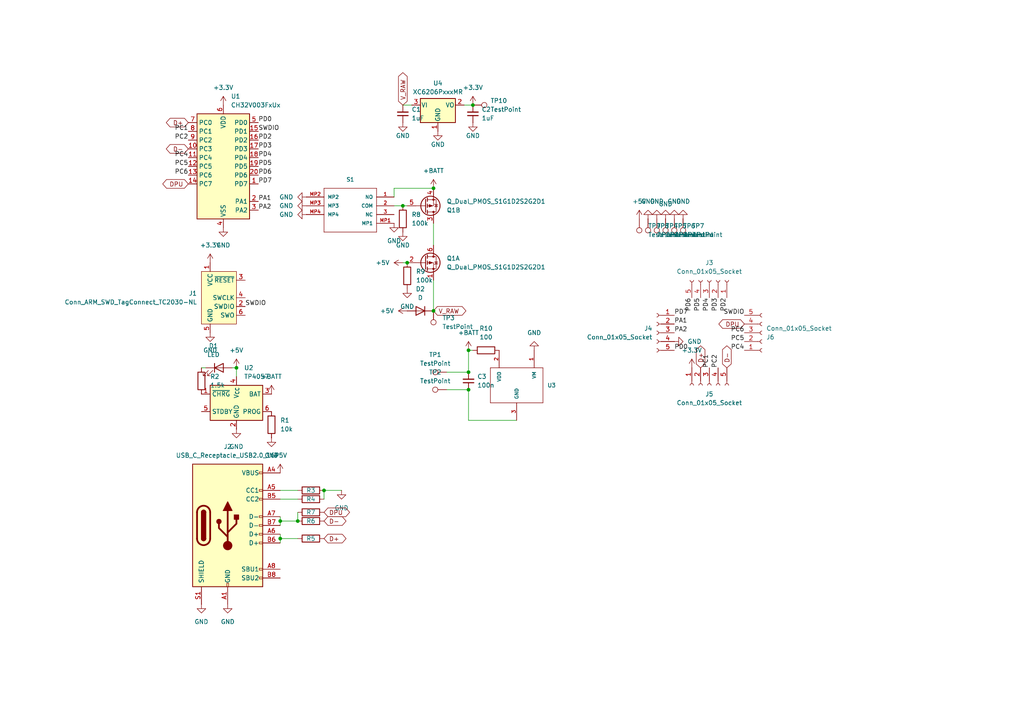
<source format=kicad_sch>
(kicad_sch (version 20231120) (generator "eeschema") (generator_version "8.0")
  (paper "A4")
  (lib_symbols
    (symbol "Battery_Management:TP4057"
      (property "Reference" "U" (at -6.35 6.604 0))
      (property "Value" "TP4057" (at 1.524 6.604 0))
      (symbol "TP4057_0_1"
        (rectangle (start -7.62 5.08) (end 7.62 -5.08) (stroke (width 0.254)) (fill (type background)))
      )
      (symbol "TP4057_1_1"
        (pin open_collector line (at -10.16 2.54 0) (length 2.54) (name "~{CHRG}") (number "1"))
        (pin power_in line (at 0 -7.62 90) (length 2.54) (name "GND") (number "2"))
        (pin power_out line (at 10.16 2.54 180) (length 2.54) (name "BAT") (number "3"))
        (pin power_in line (at 0 7.62 270) (length 2.54) (name "V_{CC}") (number "4"))
        (pin open_collector line (at -10.16 -2.54 0) (length 2.54) (name "STDBY") (number "5"))
        (pin passive line (at 10.16 -2.54 180) (length 2.54) (name "PROG") (number "6"))
      )
    )
    (symbol "Connector:Conn_01x05_Socket" (pin_names (offset 1.016) hide)
      (property "Reference" "J" (at 0 7.62 0))
      (property "Value" "Conn_01x05_Socket" (at 0 -7.62 0))
      (symbol "Conn_01x05_Socket_1_1"
        (arc (start 0 -4.572) (mid -0.5058 -5.08) (end 0 -5.588) (stroke (width 0.1524)))
        (arc (start 0 -2.032) (mid -0.5058 -2.54) (end 0 -3.048) (stroke (width 0.1524)))
        (polyline (pts (xy -1.27 -5.08) (xy -0.508 -5.08)) (stroke (width 0.1524)))
        (polyline (pts (xy -1.27 -2.54) (xy -0.508 -2.54)) (stroke (width 0.1524)))
        (polyline (pts (xy -1.27 0) (xy -0.508 0)) (stroke (width 0.1524)))
        (polyline (pts (xy -1.27 2.54) (xy -0.508 2.54)) (stroke (width 0.1524)))
        (polyline (pts (xy -1.27 5.08) (xy -0.508 5.08)) (stroke (width 0.1524)))
        (arc (start 0 0.508) (mid -0.5058 0) (end 0 -0.508) (stroke (width 0.1524)))
        (arc (start 0 3.048) (mid -0.5058 2.54) (end 0 2.032) (stroke (width 0.1524)))
        (arc (start 0 5.588) (mid -0.5058 5.08) (end 0 4.572) (stroke (width 0.1524)))
        (pin passive line (at -5.08 5.08 0) (length 3.81) (name "Pin_1") (number "1"))
        (pin passive line (at -5.08 2.54 0) (length 3.81) (name "Pin_2") (number "2"))
        (pin passive line (at -5.08 0 0) (length 3.81) (name "Pin_3") (number "3"))
        (pin passive line (at -5.08 -2.54 0) (length 3.81) (name "Pin_4") (number "4"))
        (pin passive line (at -5.08 -5.08 0) (length 3.81) (name "Pin_5") (number "5"))
      )
    )
    (symbol "Connector:Conn_ARM_SWD_TagConnect_TC2030-NL" (in_bom no)
      (property "Reference" "J" (at 2.54 11.43 0))
      (property "Value" "Conn_ARM_SWD_TagConnect_TC2030-NL" (at 2.54 8.89 0))
      (symbol "Conn_ARM_SWD_TagConnect_TC2030-NL_0_0"
        (pin power_in line (at -2.54 10.16 270) (length 2.54) (name "VCC") (number "1"))
        (pin bidirectional line (at 7.62 -2.54 180) (length 2.54) (name "SWDIO") (number "2"))
        (pin open_collector line (at 7.62 5.08 180) (length 2.54) (name "~{RESET}") (number "3"))
        (pin output line (at 7.62 0 180) (length 2.54) (name "SWCLK") (number "4"))
        (pin power_in line (at -2.54 -10.16 90) (length 2.54) (name "GND") (number "5"))
        (pin input line (at 7.62 -5.08 180) (length 2.54) (name "SWO") (number "6"))
      )
      (symbol "Conn_ARM_SWD_TagConnect_TC2030-NL_0_1"
        (rectangle (start -5.08 7.62) (end 5.08 -7.62) (fill (type background)))
      )
    )
    (symbol "Connector:TestPoint" (pin_numbers hide) (pin_names (offset 0.762) hide)
      (property "Reference" "TP" (at 0 6.858 0))
      (property "Value" "TestPoint" (at 0 5.08 0))
      (symbol "TestPoint_0_1"
        (circle (center 0 3.302) (radius 0.762))
      )
      (symbol "TestPoint_1_1"
        (pin passive line (at 0 0 90) (length 2.54) (name "1") (number "1"))
      )
    )
    (symbol "Connector:USB_C_Receptacle_USB2.0_16P" (pin_names (offset 1.016))
      (property "Reference" "J" (at 0 22.225 0))
      (property "Value" "USB_C_Receptacle_USB2.0_16P" (at 0 19.685 0))
      (symbol "USB_C_Receptacle_USB2.0_16P_0_0"
        (rectangle (start -0.254 -17.78) (end 0.254 -16.764))
        (rectangle (start 10.16 -14.986) (end 9.144 -15.494))
        (rectangle (start 10.16 -12.446) (end 9.144 -12.954))
        (rectangle (start 10.16 -4.826) (end 9.144 -5.334))
        (rectangle (start 10.16 -2.286) (end 9.144 -2.794))
        (rectangle (start 10.16 0.254) (end 9.144 -0.254))
        (rectangle (start 10.16 2.794) (end 9.144 2.286))
        (rectangle (start 10.16 7.874) (end 9.144 7.366))
        (rectangle (start 10.16 10.414) (end 9.144 9.906))
        (rectangle (start 10.16 15.494) (end 9.144 14.986))
      )
      (symbol "USB_C_Receptacle_USB2.0_16P_0_1"
        (rectangle (start -10.16 17.78) (end 10.16 -17.78) (stroke (width 0.254)) (fill (type background)))
        (arc (start -8.89 -3.81) (mid -6.985 -5.7067) (end -5.08 -3.81) (stroke (width 0.508)))
        (arc (start -7.62 -3.81) (mid -6.985 -4.4423) (end -6.35 -3.81) (stroke (width 0.254)))
        (arc (start -7.62 -3.81) (mid -6.985 -4.4423) (end -6.35 -3.81) (stroke (width 0.254)) (fill (type outline)))
        (rectangle (start -7.62 -3.81) (end -6.35 3.81) (stroke (width 0.254)) (fill (type outline)))
        (arc (start -6.35 3.81) (mid -6.985 4.4423) (end -7.62 3.81) (stroke (width 0.254)))
        (arc (start -6.35 3.81) (mid -6.985 4.4423) (end -7.62 3.81) (stroke (width 0.254)) (fill (type outline)))
        (arc (start -5.08 3.81) (mid -6.985 5.7067) (end -8.89 3.81) (stroke (width 0.508)))
        (circle (center -2.54 1.143) (radius 0.635) (stroke (width 0.254)) (fill (type outline)))
        (circle (center 0 -5.842) (radius 1.27) (fill (type outline)))
        (polyline (pts (xy -8.89 -3.81) (xy -8.89 3.81)) (stroke (width 0.508)))
        (polyline (pts (xy -5.08 3.81) (xy -5.08 -3.81)) (stroke (width 0.508)))
        (polyline (pts (xy 0 -5.842) (xy 0 4.318)) (stroke (width 0.508)))
        (polyline (pts (xy 0 -3.302) (xy -2.54 -0.762) (xy -2.54 0.508)) (stroke (width 0.508)))
        (polyline (pts (xy 0 -2.032) (xy 2.54 0.508) (xy 2.54 1.778)) (stroke (width 0.508)))
        (polyline (pts (xy -1.27 4.318) (xy 0 6.858) (xy 1.27 4.318) (xy -1.27 4.318)) (stroke (width 0.254)) (fill (type outline)))
        (rectangle (start 1.905 1.778) (end 3.175 3.048) (stroke (width 0.254)) (fill (type outline)))
      )
      (symbol "USB_C_Receptacle_USB2.0_16P_1_1"
        (pin passive line (at 0 -22.86 90) (length 5.08) (name "GND") (number "A1"))
        (pin passive line (at 0 -22.86 90) (length 5.08) hide (name "GND") (number "A12"))
        (pin passive line (at 15.24 15.24 180) (length 5.08) (name "VBUS") (number "A4"))
        (pin bidirectional line (at 15.24 10.16 180) (length 5.08) (name "CC1") (number "A5"))
        (pin bidirectional line (at 15.24 -2.54 180) (length 5.08) (name "D+") (number "A6"))
        (pin bidirectional line (at 15.24 2.54 180) (length 5.08) (name "D-") (number "A7"))
        (pin bidirectional line (at 15.24 -12.7 180) (length 5.08) (name "SBU1") (number "A8"))
        (pin passive line (at 15.24 15.24 180) (length 5.08) hide (name "VBUS") (number "A9"))
        (pin passive line (at 0 -22.86 90) (length 5.08) hide (name "GND") (number "B1"))
        (pin passive line (at 0 -22.86 90) (length 5.08) hide (name "GND") (number "B12"))
        (pin passive line (at 15.24 15.24 180) (length 5.08) hide (name "VBUS") (number "B4"))
        (pin bidirectional line (at 15.24 7.62 180) (length 5.08) (name "CC2") (number "B5"))
        (pin bidirectional line (at 15.24 -5.08 180) (length 5.08) (name "D+") (number "B6"))
        (pin bidirectional line (at 15.24 0 180) (length 5.08) (name "D-") (number "B7"))
        (pin bidirectional line (at 15.24 -15.24 180) (length 5.08) (name "SBU2") (number "B8"))
        (pin passive line (at 15.24 15.24 180) (length 5.08) hide (name "VBUS") (number "B9"))
        (pin passive line (at -7.62 -22.86 90) (length 5.08) (name "SHIELD") (number "S1"))
      )
    )
    (symbol "Device:C_Small" (pin_numbers hide) (pin_names (offset 0.254) hide)
      (property "Reference" "C" (at 0.254 1.778 0))
      (property "Value" "C_Small" (at 0.254 -2.032 0))
      (symbol "C_Small_0_1"
        (polyline (pts (xy -1.524 -0.508) (xy 1.524 -0.508)) (stroke (width 0.3302)))
        (polyline (pts (xy -1.524 0.508) (xy 1.524 0.508)) (stroke (width 0.3048)))
      )
      (symbol "C_Small_1_1"
        (pin passive line (at 0 2.54 270) (length 2.032) (name "~") (number "1"))
        (pin passive line (at 0 -2.54 90) (length 2.032) (name "~") (number "2"))
      )
    )
    (symbol "Device:D" (pin_numbers hide) (pin_names (offset 1.016) hide)
      (property "Reference" "D" (at 0 2.54 0))
      (property "Value" "D" (at 0 -2.54 0))
      (symbol "D_0_1"
        (polyline (pts (xy -1.27 1.27) (xy -1.27 -1.27)) (stroke (width 0.254)))
        (polyline (pts (xy 1.27 0) (xy -1.27 0)))
        (polyline (pts (xy 1.27 1.27) (xy 1.27 -1.27) (xy -1.27 0) (xy 1.27 1.27)) (stroke (width 0.254)))
      )
      (symbol "D_1_1"
        (pin passive line (at -3.81 0 0) (length 2.54) (name "K") (number "1"))
        (pin passive line (at 3.81 0 180) (length 2.54) (name "A") (number "2"))
      )
    )
    (symbol "Device:LED" (pin_numbers hide) (pin_names (offset 1.016) hide)
      (property "Reference" "D" (at 0 2.54 0))
      (property "Value" "LED" (at 0 -2.54 0))
      (symbol "LED_0_1"
        (polyline (pts (xy -1.27 -1.27) (xy -1.27 1.27)) (stroke (width 0.254)))
        (polyline (pts (xy -1.27 0) (xy 1.27 0)))
        (polyline (pts (xy 1.27 -1.27) (xy 1.27 1.27) (xy -1.27 0) (xy 1.27 -1.27)) (stroke (width 0.254)))
        (polyline (pts (xy -3.048 -0.762) (xy -4.572 -2.286) (xy -3.81 -2.286) (xy -4.572 -2.286) (xy -4.572 -1.524)))
        (polyline (pts (xy -1.778 -0.762) (xy -3.302 -2.286) (xy -2.54 -2.286) (xy -3.302 -2.286) (xy -3.302 -1.524)))
      )
      (symbol "LED_1_1"
        (pin passive line (at -3.81 0 0) (length 2.54) (name "K") (number "1"))
        (pin passive line (at 3.81 0 180) (length 2.54) (name "A") (number "2"))
      )
    )
    (symbol "Device:Q_Dual_PMOS_S1G1D2S2G2D1" (pin_names (offset 0) hide)
      (property "Reference" "Q" (at 6.35 1.27 0))
      (property "Value" "Q_Dual_PMOS_S1G1D2S2G2D1" (at 19.05 -1.27 0))
      (symbol "Q_Dual_PMOS_S1G1D2S2G2D1_0_1"
        (polyline (pts (xy 0.254 0) (xy -2.54 0)))
        (polyline (pts (xy 0.254 1.905) (xy 0.254 -1.905)) (stroke (width 0.254)))
        (polyline (pts (xy 0.762 -1.27) (xy 0.762 -2.286)) (stroke (width 0.254)))
        (polyline (pts (xy 0.762 0.508) (xy 0.762 -0.508)) (stroke (width 0.254)))
        (polyline (pts (xy 0.762 2.286) (xy 0.762 1.27)) (stroke (width 0.254)))
        (polyline (pts (xy 2.54 2.54) (xy 2.54 1.778)))
        (polyline (pts (xy 2.54 -2.54) (xy 2.54 0) (xy 0.762 0)))
        (polyline (pts (xy 0.762 1.778) (xy 3.302 1.778) (xy 3.302 -1.778) (xy 0.762 -1.778)))
        (polyline (pts (xy 2.286 0) (xy 1.27 0.381) (xy 1.27 -0.381) (xy 2.286 0)) (fill (type outline)))
        (polyline (pts (xy 2.794 -0.508) (xy 2.921 -0.381) (xy 3.683 -0.381) (xy 3.81 -0.254)))
        (polyline (pts (xy 3.302 -0.381) (xy 2.921 0.254) (xy 3.683 0.254) (xy 3.302 -0.381)))
        (circle (center 1.651 0) (radius 2.794) (stroke (width 0.254)))
        (circle (center 2.54 -1.778) (radius 0.254) (fill (type outline)))
        (circle (center 2.54 1.778) (radius 0.254) (fill (type outline)))
      )
      (symbol "Q_Dual_PMOS_S1G1D2S2G2D1_1_1"
        (pin passive line (at 2.54 -5.08 90) (length 2.54) (name "S") (number "1"))
        (pin input line (at -5.08 0 0) (length 2.54) (name "G") (number "2"))
        (pin passive line (at 2.54 5.08 270) (length 2.54) (name "D") (number "6"))
      )
      (symbol "Q_Dual_PMOS_S1G1D2S2G2D1_2_1"
        (pin passive line (at 2.54 5.08 270) (length 2.54) (name "D") (number "3"))
        (pin passive line (at 2.54 -5.08 90) (length 2.54) (name "S") (number "4"))
        (pin input line (at -5.08 0 0) (length 2.54) (name "G") (number "5"))
      )
    )
    (symbol "Device:R" (pin_numbers hide) (pin_names (offset 0))
      (property "Reference" "R" (at 2.032 0 90))
      (property "Value" "R" (at 0 0 90))
      (symbol "R_0_1"
        (rectangle (start -1.016 -2.54) (end 1.016 2.54) (stroke (width 0.254)))
      )
      (symbol "R_1_1"
        (pin passive line (at 0 3.81 270) (length 1.27) (name "~") (number "1"))
        (pin passive line (at 0 -3.81 90) (length 1.27) (name "~") (number "2"))
      )
    )
    (symbol "MCU_WCH_CH32V0:CH32V003FxUx"
      (property "Reference" "U" (at -7.62 17.78 0))
      (property "Value" "CH32V003FxUx" (at 7.62 17.78 0))
      (symbol "CH32V003FxUx_1_1"
        (rectangle (start -7.62 15.24) (end 7.62 -15.24) (stroke (width 0.254)) (fill (type background)))
        (pin bidirectional line (at 10.16 -5.08 180) (length 2.54) (name "PD7") (number "1"))
        (pin bidirectional line (at -10.16 5.08 0) (length 2.54) (name "PC3") (number "10"))
        (pin bidirectional line (at -10.16 2.54 0) (length 2.54) (name "PC4") (number "11"))
        (pin bidirectional line (at -10.16 0 0) (length 2.54) (name "PC5") (number "12"))
        (pin bidirectional line (at -10.16 -2.54 0) (length 2.54) (name "PC6") (number "13"))
        (pin bidirectional line (at -10.16 -5.08 0) (length 2.54) (name "PC7") (number "14"))
        (pin bidirectional line (at 10.16 10.16 180) (length 2.54) (name "PD1") (number "15"))
        (pin bidirectional line (at 10.16 7.62 180) (length 2.54) (name "PD2") (number "16"))
        (pin bidirectional line (at 10.16 5.08 180) (length 2.54) (name "PD3") (number "17"))
        (pin bidirectional line (at 10.16 2.54 180) (length 2.54) (name "PD4") (number "18"))
        (pin bidirectional line (at 10.16 0 180) (length 2.54) (name "PD5") (number "19"))
        (pin bidirectional line (at 10.16 -10.16 180) (length 2.54) (name "PA1") (number "2"))
        (pin bidirectional line (at 10.16 -2.54 180) (length 2.54) (name "PD6") (number "20"))
        (pin passive line (at 0 -17.78 90) (length 2.54) hide (name "VSS") (number "21"))
        (pin bidirectional line (at 10.16 -12.7 180) (length 2.54) (name "PA2") (number "3"))
        (pin power_in line (at 0 -17.78 90) (length 2.54) (name "VSS") (number "4"))
        (pin bidirectional line (at 10.16 12.7 180) (length 2.54) (name "PD0") (number "5"))
        (pin power_in line (at 0 17.78 270) (length 2.54) (name "VDD") (number "6"))
        (pin bidirectional line (at -10.16 12.7 0) (length 2.54) (name "PC0") (number "7"))
        (pin bidirectional line (at -10.16 10.16 0) (length 2.54) (name "PC1") (number "8"))
        (pin bidirectional line (at -10.16 7.62 0) (length 2.54) (name "PC2") (number "9"))
      )
    )
    (symbol "Regulator_Linear:XC6206PxxxMR" (pin_names (offset 0.254))
      (property "Reference" "U" (at -3.81 3.175 0))
      (property "Value" "XC6206PxxxMR" (at 0 3.175 0))
      (symbol "XC6206PxxxMR_0_1"
        (rectangle (start -5.08 1.905) (end 5.08 -5.08) (stroke (width 0.254)) (fill (type background)))
      )
      (symbol "XC6206PxxxMR_1_1"
        (pin power_in line (at 0 -7.62 90) (length 2.54) (name "GND") (number "1"))
        (pin power_out line (at 7.62 0 180) (length 2.54) (name "VO") (number "2"))
        (pin power_in line (at -7.62 0 0) (length 2.54) (name "VI") (number "3"))
      )
    )
    (symbol "common:SK-3296S-01-L1" (pin_names (offset 1.016))
      (property "Reference" "S2" (at 12.7 5.08 0))
      (symbol "SK-3296S-01-L1_1_0"
        (polyline (pts (xy 5.08 2.54) (xy 5.08 -10.16)))
        (polyline (pts (xy 5.08 2.54) (xy 20.32 2.54)))
        (polyline (pts (xy 20.32 -10.16) (xy 5.08 -10.16)))
        (polyline (pts (xy 20.32 -10.16) (xy 20.32 2.54)))
      )
      (symbol "SK-3296S-01-L1_1_1"
        (pin bidirectional line (at 0 0 0) (length 5.08) (name "NO") (number "1"))
        (pin bidirectional line (at 0 -2.54 0) (length 5.08) (name "COM") (number "2"))
        (pin unspecified line (at 0 -5.08 0) (length 5.08) (name "NC") (number "3"))
        (pin bidirectional line (at 0 -7.62 0) (length 5.08) (name "MP1") (number "MP1"))
        (pin bidirectional line (at 25.4 0 180) (length 5.08) (name "MP2") (number "MP2"))
        (pin bidirectional line (at 25.4 -2.54 180) (length 5.08) (name "MP3") (number "MP3"))
        (pin bidirectional line (at 25.4 -5.08 180) (length 5.08) (name "MP4") (number "MP4"))
      )
    )
    (symbol "common:XB3303ASOT23" (pin_names (offset 1.016))
      (property "Reference" "U2" (at 12.7 -10.16 0))
      (symbol "XB3303ASOT23_1_0"
        (polyline (pts (xy 7.62 -7.62) (xy 7.62 7.62)))
        (polyline (pts (xy 7.62 7.62) (xy 17.78 7.62)))
        (polyline (pts (xy 17.78 -7.62) (xy 7.62 -7.62)))
        (polyline (pts (xy 17.78 7.62) (xy 17.78 -7.62)))
      )
      (symbol "XB3303ASOT23_1_1"
        (pin bidirectional line (at 2.54 5.08 0) (length 5.08) (name "VM") (number "1"))
        (pin bidirectional line (at 2.54 -5.08 0) (length 5.08) (name "VDD") (number "2"))
        (pin bidirectional line (at 22.86 0 180) (length 5.08) (name "GND") (number "3"))
      )
    )
    (symbol "power:+3.3V" (power) (pin_numbers hide) (pin_names (offset 0) hide)
      (property "Value" "+3.3V" (at 0 3.556 0))
      (symbol "+3.3V_0_1"
        (polyline (pts (xy -0.762 1.27) (xy 0 2.54)))
        (polyline (pts (xy 0 0) (xy 0 2.54)))
        (polyline (pts (xy 0 2.54) (xy 0.762 1.27)))
      )
      (symbol "+3.3V_1_1"
        (pin power_in line (at 0 0 90) (length 0) (name "~") (number "1"))
      )
    )
    (symbol "power:+5V" (power) (pin_numbers hide) (pin_names (offset 0) hide)
      (property "Value" "+5V" (at 0 3.556 0))
      (symbol "+5V_0_1"
        (polyline (pts (xy -0.762 1.27) (xy 0 2.54)))
        (polyline (pts (xy 0 0) (xy 0 2.54)))
        (polyline (pts (xy 0 2.54) (xy 0.762 1.27)))
      )
      (symbol "+5V_1_1"
        (pin power_in line (at 0 0 90) (length 0) (name "~") (number "1"))
      )
    )
    (symbol "power:+BATT" (power) (pin_numbers hide) (pin_names (offset 0) hide)
      (property "Value" "+BATT" (at 0 3.556 0))
      (symbol "+BATT_0_1"
        (polyline (pts (xy -0.762 1.27) (xy 0 2.54)))
        (polyline (pts (xy 0 0) (xy 0 2.54)))
        (polyline (pts (xy 0 2.54) (xy 0.762 1.27)))
      )
      (symbol "+BATT_1_1"
        (pin power_in line (at 0 0 90) (length 0) (name "~") (number "1"))
      )
    )
    (symbol "power:GND" (power) (pin_numbers hide) (pin_names (offset 0) hide)
      (property "Value" "GND" (at 0 -3.81 0))
      (symbol "GND_0_1"
        (polyline (pts (xy 0 0) (xy 0 -1.27) (xy 1.27 -1.27) (xy 0 -2.54) (xy -1.27 -1.27) (xy 0 -1.27)))
      )
      (symbol "GND_1_1"
        (pin power_in line (at 0 0 270) (length 0) (name "~") (number "1"))
      )
    )
  )
  (junction (at 81.28 156.21))
  (junction (at 81.28 151.13))
  (junction (at 86.36 151.13))
  (junction (at 135.89 101.6))
  (junction (at 135.89 113.03))
  (junction (at 137.16 30.48))
  (junction (at 135.89 107.95))
  (junction (at 93.98 142.24))
  (junction (at 116.84 59.69))
  (junction (at 118.11 76.2))
  (junction (at 125.73 90.17))
  (junction (at 125.73 54.61))
  (junction (at 68.58 106.68))
  (wire (pts (xy 116.84 59.69) (xy 118.11 59.69)))
  (wire (pts (xy 86.36 148.59) (xy 86.36 151.13)))
  (wire (pts (xy 81.28 156.21) (xy 81.28 157.48)))
  (wire (pts (xy 129.54 113.03) (xy 135.89 113.03)))
  (wire (pts (xy 81.28 156.21) (xy 86.36 156.21)))
  (wire (pts (xy 93.98 142.24) (xy 93.98 144.78)))
  (wire (pts (xy 125.73 71.12) (xy 125.73 64.77)))
  (wire (pts (xy 81.28 151.13) (xy 81.28 152.4)))
  (wire (pts (xy 135.89 101.6) (xy 135.89 107.95)))
  (wire (pts (xy 67.31 106.68) (xy 68.58 106.68)))
  (wire (pts (xy 137.16 101.6) (xy 135.89 101.6)))
  (wire (pts (xy 149.86 121.92) (xy 135.89 121.92)))
  (wire (pts (xy 81.28 151.13) (xy 86.36 151.13)))
  (wire (pts (xy 81.28 142.24) (xy 86.36 142.24)))
  (wire (pts (xy 116.84 30.48) (xy 119.38 30.48)))
  (wire (pts (xy 81.28 154.94) (xy 81.28 156.21)))
  (wire (pts (xy 114.3 59.69) (xy 116.84 59.69)))
  (wire (pts (xy 125.73 81.28) (xy 125.73 90.17)))
  (wire (pts (xy 135.89 121.92) (xy 135.89 113.03)))
  (wire (pts (xy 93.98 142.24) (xy 99.06 142.24)))
  (wire (pts (xy 129.54 107.95) (xy 135.89 107.95)))
  (wire (pts (xy 81.28 144.78) (xy 86.36 144.78)))
  (wire (pts (xy 68.58 106.68) (xy 68.58 109.22)))
  (wire (pts (xy 116.84 76.2) (xy 118.11 76.2)))
  (wire (pts (xy 81.28 149.86) (xy 81.28 151.13)))
  (wire (pts (xy 114.3 54.61) (xy 125.73 54.61)))
  (wire (pts (xy 58.42 106.68) (xy 59.69 106.68)))
  (wire (pts (xy 134.62 30.48) (xy 137.16 30.48)))
  (wire (pts (xy 114.3 57.15) (xy 114.3 54.61)))
  (label "PD6" (at 74.93 50.8 0))
  (label "PD2" (at 74.93 40.64 0))
  (label "PD5" (at 203.2 86.36 270))
  (label "PD5" (at 74.93 48.26 0))
  (label "PC2" (at 208.28 106.68 90))
  (label "PD3" (at 208.28 86.36 270))
  (label "PD4" (at 74.93 45.72 0))
  (label "PD2" (at 210.82 86.36 270))
  (label "PC2" (at 54.61 40.64 180))
  (label "PA1" (at 195.58 93.98 0))
  (label "PC4" (at 215.9 101.6 180))
  (label "PA2" (at 74.93 60.96 0))
  (label "PC1" (at 54.61 38.1 180))
  (label "PD7" (at 195.58 91.44 0))
  (label "PD4" (at 205.74 86.36 270))
  (label "SWDIO" (at 71.12 88.9 0))
  (label "PC1" (at 205.74 106.68 90))
  (label "PD0" (at 195.58 101.6 0))
  (label "PD6" (at 200.66 86.36 270))
  (label "PC5" (at 54.61 48.26 180))
  (label "PD0" (at 74.93 35.56 0))
  (label "PC4" (at 54.61 45.72 180))
  (label "PC6" (at 215.9 96.52 180))
  (label "PA1" (at 74.93 58.42 0))
  (label "PD3" (at 74.93 43.18 0))
  (label "PD7" (at 74.93 53.34 0))
  (label "PC5" (at 215.9 99.06 180))
  (label "SWDIO" (at 74.93 38.1 0))
  (label "PC6" (at 54.61 50.8 180))
  (label "PA2" (at 195.58 96.52 0))
  (label "SWDIO" (at 215.9 91.44 180))
  (global_label "D+" (shape bidirectional) (at 54.61 35.56 180) (property "Intersheetrefs" "${INTERSHEET_REFS}" (effects (hide yes))))
  (global_label "V_RAW" (shape bidirectional) (at 116.84 30.48 90) (property "Intersheetrefs" "${INTERSHEET_REFS}" (effects (hide yes))))
  (global_label "V_RAW" (shape bidirectional) (at 125.73 90.17 0) (property "Intersheetrefs" "${INTERSHEET_REFS}" (effects (hide yes))))
  (global_label "D+" (shape bidirectional) (at 93.98 156.21 0) (property "Intersheetrefs" "${INTERSHEET_REFS}" (effects (hide yes))))
  (global_label "DPU" (shape bidirectional) (at 54.61 53.34 180) (property "Intersheetrefs" "${INTERSHEET_REFS}" (effects (hide yes))))
  (global_label "D-" (shape bidirectional) (at 54.61 43.18 180) (property "Intersheetrefs" "${INTERSHEET_REFS}" (effects (hide yes))))
  (global_label "D+" (shape bidirectional) (at 203.2 106.68 90) (property "Intersheetrefs" "${INTERSHEET_REFS}" (effects (hide yes))))
  (global_label "D-" (shape bidirectional) (at 93.98 151.13 0) (property "Intersheetrefs" "${INTERSHEET_REFS}" (effects (hide yes))))
  (global_label "D-" (shape bidirectional) (at 210.82 106.68 90) (property "Intersheetrefs" "${INTERSHEET_REFS}" (effects (hide yes))))
  (global_label "DPU" (shape bidirectional) (at 215.9 93.98 180) (property "Intersheetrefs" "${INTERSHEET_REFS}" (effects (hide yes))))
  (global_label "DPU" (shape bidirectional) (at 93.98 148.59 0) (property "Intersheetrefs" "${INTERSHEET_REFS}" (effects (hide yes))))
  (symbol (lib_id "Connector:TestPoint") (at 193.04 63.5 180) (unit 1)
    (property "Reference" "TP5" (at 195.58 65.5319 0) (effects (justify right)))
    (property "Value" "TestPoint" (at 195.58 68.0719 0) (effects (justify right)))
    (property "Footprint" "TestPoint:TestPoint_Pad_1.5x1.5mm" (effects (hide yes)))
    (property "Description" "test point" (effects (hide yes)))
  )
  (symbol (lib_id "Device:R") (at 140.97 101.6 270) (unit 1)
    (property "Reference" "R10" (at 140.97 95.25 90))
    (property "Value" "100" (at 140.97 97.79 90))
    (property "Footprint" "Resistor_SMD:R_0402_1005Metric" (effects (hide yes)))
    (property "Description" "Resistor" (effects (hide yes)))
    (property "LCSC Part" "C106232 " (effects (hide yes)))
  )
  (symbol (lib_id "power:+5V") (at 118.11 90.17 90) (unit 1)
    (property "Reference" "#PWR15" (effects (hide yes)))
    (property "Value" "+5V" (at 114.3 90.1699 90) (effects (justify left)))
    (property "Description" "Power symbol creates a global label with name \"+5V\"" (effects (hide yes)))
  )
  (symbol (lib_id "Connector:TestPoint") (at 190.5 63.5 180) (unit 1)
    (property "Reference" "TP4" (at 193.04 65.5319 0) (effects (justify right)))
    (property "Value" "TestPoint" (at 193.04 68.0719 0) (effects (justify right)))
    (property "Footprint" "TestPoint:TestPoint_Pad_1.5x1.5mm" (effects (hide yes)))
    (property "Description" "test point" (effects (hide yes)))
  )
  (symbol (lib_id "Connector:TestPoint") (at 129.54 107.95 90) (unit 1)
    (property "Reference" "TP1" (at 126.238 102.87 90))
    (property "Value" "TestPoint" (at 126.238 105.41 90))
    (property "Footprint" "TestPoint:TestPoint_Pad_1.5x1.5mm" (effects (hide yes)))
    (property "Description" "test point" (effects (hide yes)))
  )
  (symbol (lib_id "power:GND") (at 190.5 63.5 180) (unit 1)
    (property "Reference" "#PWR26" (effects (hide yes)))
    (property "Value" "GND" (at 190.5 58.42 0))
    (property "Description" "Power symbol creates a global label with name \"GND\" , ground" (effects (hide yes)))
  )
  (symbol (lib_id "power:GND") (at 137.16 35.56 0) (unit 1)
    (property "Reference" "#PWR21" (effects (hide yes)))
    (property "Value" "GND" (at 137.16 39.37 0))
    (property "Description" "Power symbol creates a global label with name \"GND\" , ground" (effects (hide yes)))
  )
  (symbol (lib_id "power:GND") (at 58.42 175.26 0) (unit 1)
    (property "Reference" "#PWR4" (effects (hide yes)))
    (property "Value" "GND" (at 58.42 180.34 0))
    (property "Description" "Power symbol creates a global label with name \"GND\" , ground" (effects (hide yes)))
  )
  (symbol (lib_id "common:XB3303ASOT23") (at 149.86 99.06 270) (unit 1)
    (property "Reference" "U3" (at 158.75 111.76 90) (effects (font (size 1.143 1.143)) (justify left)))
    (property "Value" "XB3303ASOT23" (effects (hide yes)))
    (property "Footprint" "Package_TO_SOT_SMD:SOT-23" (effects (hide yes)))
    (property "Link" "https://www.lcsc.com/product-detail/Battery-Management-ICs_XySemi-XB3303A_C154937.html" (effects (hide yes)))
    (property "LCSC Part" "C154937" (effects (hide yes)))
  )
  (symbol (lib_id "power:GND") (at 187.96 63.5 180) (unit 1)
    (property "Reference" "#PWR30" (effects (hide yes)))
    (property "Value" "GND" (at 187.96 58.42 0))
    (property "Description" "Power symbol creates a global label with name \"GND\" , ground" (effects (hide yes)))
  )
  (symbol (lib_id "Device:C_Small") (at 135.89 110.49 180) (unit 1)
    (property "Reference" "C3" (at 138.43 109.2135 0) (effects (justify right)))
    (property "Value" "100n" (at 138.43 111.7535 0) (effects (justify right)))
    (property "Footprint" "Capacitor_SMD:C_0402_1005Metric" (effects (hide yes)))
    (property "LCSC Part Number" "C2169363" (effects (hide yes)))
    (property "LCSC Part" "C2169363" (effects (hide yes)))
  )
  (symbol (lib_id "Connector:TestPoint") (at 187.96 63.5 180) (unit 1)
    (property "Reference" "TP8" (at 190.5 65.5319 0) (effects (justify right)))
    (property "Value" "TestPoint" (at 190.5 68.0719 0) (effects (justify right)))
    (property "Footprint" "TestPoint:TestPoint_Pad_1.5x1.5mm" (effects (hide yes)))
    (property "Description" "test point" (effects (hide yes)))
  )
  (symbol (lib_id "Device:R") (at 116.84 63.5 0) (unit 1)
    (property "Reference" "R8" (at 119.38 62.2299 0) (effects (justify left)))
    (property "Value" "100k" (at 119.38 64.7699 0) (effects (justify left)))
    (property "Footprint" "Resistor_SMD:R_0402_1005Metric" (effects (hide yes)))
    (property "Description" "Resistor" (effects (hide yes)))
    (property "LCSC Part" "C2906883" (effects (hide yes)))
  )
  (symbol (lib_id "Connector:TestPoint") (at 185.42 63.5 180) (unit 1)
    (property "Reference" "TP9" (at 187.96 65.5319 0) (effects (justify right)))
    (property "Value" "TestPoint" (at 187.96 68.0719 0) (effects (justify right)))
    (property "Footprint" "TestPoint:TestPoint_Pad_1.5x1.5mm" (effects (hide yes)))
    (property "Description" "test point" (effects (hide yes)))
  )
  (symbol (lib_id "power:GND") (at 64.77 66.04 0) (unit 1)
    (property "Reference" "#PWR7" (effects (hide yes)))
    (property "Value" "GND" (at 64.77 71.12 0))
    (property "Description" "Power symbol creates a global label with name \"GND\" , ground" (effects (hide yes)))
  )
  (symbol (lib_id "Device:R") (at 118.11 80.01 0) (unit 1)
    (property "Reference" "R9" (at 120.65 78.7399 0) (effects (justify left)))
    (property "Value" "100k" (at 120.65 81.2799 0) (effects (justify left)))
    (property "Footprint" "Resistor_SMD:R_0402_1005Metric" (effects (hide yes)))
    (property "Description" "Resistor" (effects (hide yes)))
    (property "LCSC Part" "C2906883" (effects (hide yes)))
  )
  (symbol (lib_id "power:GND") (at 195.58 63.5 180) (unit 1)
    (property "Reference" "#PWR28" (effects (hide yes)))
    (property "Value" "GND" (at 195.58 58.42 0))
    (property "Description" "Power symbol creates a global label with name \"GND\" , ground" (effects (hide yes)))
  )
  (symbol (lib_id "power:+5V") (at 116.84 76.2 90) (unit 1)
    (property "Reference" "#PWR12" (effects (hide yes)))
    (property "Value" "+5V" (at 113.03 76.1999 90) (effects (justify left)))
    (property "Description" "Power symbol creates a global label with name \"+5V\"" (effects (hide yes)))
  )
  (symbol (lib_id "power:+3.3V") (at 64.77 30.48 0) (unit 1)
    (property "Reference" "#PWR19" (effects (hide yes)))
    (property "Value" "+3.3V" (at 64.77 25.4 0))
    (property "Description" "Power symbol creates a global label with name \"+3.3V\"" (effects (hide yes)))
  )
  (symbol (lib_id "power:+3.3V") (at 200.66 106.68 0) (unit 1)
    (property "Reference" "#PWR24" (effects (hide yes)))
    (property "Value" "+3.3V" (at 200.66 101.6 0))
    (property "Description" "Power symbol creates a global label with name \"+3.3V\"" (effects (hide yes)))
  )
  (symbol (lib_id "Connector:TestPoint") (at 198.12 63.5 180) (unit 1)
    (property "Reference" "TP7" (at 200.66 65.5319 0) (effects (justify right)))
    (property "Value" "TestPoint" (at 200.66 68.0719 0) (effects (justify right)))
    (property "Footprint" "TestPoint:TestPoint_Pad_1.5x1.5mm" (effects (hide yes)))
    (property "Description" "test point" (effects (hide yes)))
  )
  (symbol (lib_id "power:GND") (at 193.04 63.5 180) (unit 1)
    (property "Reference" "#PWR27" (effects (hide yes)))
    (property "Value" "GND" (at 193.04 59.1551 0))
    (property "Description" "Power symbol creates a global label with name \"GND\" , ground" (effects (hide yes)))
  )
  (symbol (lib_id "Device:Q_Dual_PMOS_S1G1D2S2G2D1") (at 123.19 76.2 0) (unit 1)
    (property "Reference" "Q1" (at 129.54 74.9299 0) (effects (justify left)))
    (property "Value" "Q_Dual_PMOS_S1G1D2S2G2D1" (at 129.54 77.4699 0) (effects (justify left)))
    (property "Footprint" "Package_TO_SOT_SMD:SOT-563" (effects (hide yes)))
    (property "Description" "Dual PMOS transistor, 6 pin package" (effects (hide yes)))
    (property "LCSC Part" "C504144" (effects (hide yes)))
  )
  (symbol (lib_id "power:GND") (at 66.04 175.26 0) (unit 1)
    (property "Reference" "#PWR3" (effects (hide yes)))
    (property "Value" "GND" (at 66.04 180.34 0))
    (property "Description" "Power symbol creates a global label with name \"GND\" , ground" (effects (hide yes)))
  )
  (symbol (lib_id "Device:R") (at 90.17 148.59 270) (unit 1)
    (property "Reference" "R7" (at 90.17 148.59 90))
    (property "Value" "1.5k" (effects (hide yes)))
    (property "Footprint" "Resistor_SMD:R_0402_1005Metric" (effects (hide yes)))
    (property "Description" "Resistor" (effects (hide yes)))
    (property "LCSC Part" "C2929900" (effects (hide yes)))
  )
  (symbol (lib_id "power:GND") (at 195.58 99.06 90) (unit 1)
    (property "Reference" "#PWR25" (effects (hide yes)))
    (property "Value" "GND" (at 199.39 99.0599 90) (effects (justify right)))
    (property "Description" "Power symbol creates a global label with name \"GND\" , ground" (effects (hide yes)))
  )
  (symbol (lib_id "power:GND") (at 118.11 83.82 0) (unit 1)
    (property "Reference" "#PWR14" (effects (hide yes)))
    (property "Value" "GND" (at 118.11 88.9 0))
    (property "Description" "Power symbol creates a global label with name \"GND\" , ground" (effects (hide yes)))
  )
  (symbol (lib_id "power:+5V") (at 81.28 137.16 0) (unit 1)
    (property "Reference" "#PWR1" (effects (hide yes)))
    (property "Value" "+5V" (at 81.28 132.08 0))
    (property "Description" "Power symbol creates a global label with name \"+5V\"" (effects (hide yes)))
  )
  (symbol (lib_id "power:+BATT") (at 125.73 54.61 0) (unit 1)
    (property "Reference" "#PWR11" (effects (hide yes)))
    (property "Value" "+BATT" (at 125.73 49.53 0))
    (property "Description" "Power symbol creates a global label with name \"+BATT\"" (effects (hide yes)))
  )
  (symbol (lib_id "power:+5V") (at 68.58 106.68 0) (unit 1)
    (property "Reference" "#PWR8" (effects (hide yes)))
    (property "Value" "+5V" (at 68.58 101.6 0))
    (property "Description" "Power symbol creates a global label with name \"+5V\"" (effects (hide yes)))
  )
  (symbol (lib_id "power:+5V") (at 185.42 63.5 0) (unit 1)
    (property "Reference" "#PWR31" (effects (hide yes)))
    (property "Value" "+5V" (at 185.42 58.42 0))
    (property "Description" "Power symbol creates a global label with name \"+5V\"" (effects (hide yes)))
  )
  (symbol (lib_id "power:GND") (at 88.9 62.23 270) (unit 1)
    (property "Reference" "#PWR34" (effects (hide yes)))
    (property "Value" "GND" (at 85.09 62.2299 90) (effects (justify right)))
    (property "Description" "Power symbol creates a global label with name \"GND\" , ground" (effects (hide yes)))
  )
  (symbol (lib_id "Device:C_Small") (at 116.84 33.02 180) (unit 1)
    (property "Reference" "C1" (at 119.38 31.7435 0) (effects (justify right)))
    (property "Value" "1uF" (at 119.38 34.2835 0) (effects (justify right)))
    (property "Footprint" "Capacitor_SMD:C_0402_1005Metric" (effects (hide yes)))
    (property "LCSC Part Number" "C2169363" (effects (hide yes)))
    (property "LCSC Part" "C2169363" (effects (hide yes)))
  )
  (symbol (lib_id "Battery_Management:TP4057") (at 68.58 116.84 0) (unit 1)
    (property "Reference" "U2" (at 70.7741 106.68 0) (effects (justify left)))
    (property "Value" "TP4057" (at 70.7741 109.22 0) (effects (justify left)))
    (property "Footprint" "Package_TO_SOT_SMD:TSOT-23-6" (effects (hide yes)))
    (property "Datasheet" "http://toppwr.com/uploadfile/file/20230304/640302a47b738.pdf" (effects (hide yes)))
    (property "Description" "Constant-current/constant-voltage linear charger for single cell lithium-ion batteries with 2.9V Trickle Charge, 4.5V to 6.5V VDD, -40 to +85 degree Celsius, TSOT-23-6" (effects (hide yes)))
    (property "LCSC Part" "C12044" (effects (hide yes)))
  )
  (symbol (lib_id "Device:R") (at 90.17 156.21 270) (unit 1)
    (property "Reference" "R5" (at 90.17 156.21 90))
    (property "Value" "47" (effects (hide yes)))
    (property "Footprint" "Resistor_SMD:R_0402_1005Metric" (effects (hide yes)))
    (property "Description" "Resistor" (effects (hide yes)))
    (property "LCSC Part" "C137973" (effects (hide yes)))
  )
  (symbol (lib_id "Connector:TestPoint") (at 125.73 90.17 180) (unit 1)
    (property "Reference" "TP3" (at 128.27 92.2019 0) (effects (justify right)))
    (property "Value" "TestPoint" (at 128.27 94.7419 0) (effects (justify right)))
    (property "Footprint" "TestPoint:TestPoint_Pad_1.5x1.5mm" (effects (hide yes)))
    (property "Description" "test point" (effects (hide yes)))
  )
  (symbol (lib_id "power:GND") (at 114.3 64.77 0) (unit 1)
    (property "Reference" "#PWR35" (effects (hide yes)))
    (property "Value" "GND" (at 114.3 69.85 0))
    (property "Description" "Power symbol creates a global label with name \"GND\" , ground" (effects (hide yes)))
  )
  (symbol (lib_id "Connector:Conn_01x05_Socket") (at 205.74 111.76 90) (mirror x) (unit 1)
    (property "Reference" "J5" (at 205.74 114.3 90))
    (property "Value" "Conn_01x05_Socket" (at 205.74 116.84 90))
    (property "Footprint" "Connector_PinHeader_1.27mm:PinHeader_1x05_P1.27mm_Vertical_SMD_Pin1Left" (effects (hide yes)))
    (property "Description" "Generic connector, single row, 01x05, script generated" (effects (hide yes)))
  )
  (symbol (lib_id "Connector:Conn_01x05_Socket") (at 220.98 96.52 0) (mirror x) (unit 1)
    (property "Reference" "J6" (at 222.25 97.7901 0) (effects (justify left)))
    (property "Value" "Conn_01x05_Socket" (at 222.25 95.2501 0) (effects (justify left)))
    (property "Footprint" "Connector_PinHeader_1.27mm:PinHeader_1x05_P1.27mm_Vertical_SMD_Pin1Left" (effects (hide yes)))
    (property "Description" "Generic connector, single row, 01x05, script generated" (effects (hide yes)))
  )
  (symbol (lib_id "Connector:TestPoint") (at 137.16 30.48 270) (unit 1)
    (property "Reference" "TP10" (at 142.24 29.2099 90) (effects (justify left)))
    (property "Value" "TestPoint" (at 142.24 31.7499 90) (effects (justify left)))
    (property "Footprint" "TestPoint:TestPoint_Pad_D1.0mm" (effects (hide yes)))
    (property "Description" "test point" (effects (hide yes)))
  )
  (symbol (lib_id "power:GND") (at 116.84 67.31 0) (unit 1)
    (property "Reference" "#PWR13" (effects (hide yes)))
    (property "Value" "GND" (at 116.84 71.12 0))
    (property "Description" "Power symbol creates a global label with name \"GND\" , ground" (effects (hide yes)))
  )
  (symbol (lib_id "power:+3.3V") (at 137.16 30.48 0) (unit 1)
    (property "Reference" "#PWR18" (effects (hide yes)))
    (property "Value" "+3.3V" (at 137.16 25.4 0))
    (property "Description" "Power symbol creates a global label with name \"+3.3V\"" (effects (hide yes)))
  )
  (symbol (lib_id "Connector:USB_C_Receptacle_USB2.0_16P") (at 66.04 152.4 0) (unit 1)
    (property "Reference" "J2" (at 66.04 129.54 0))
    (property "Value" "USB_C_Receptacle_USB2.0_16P" (at 66.04 132.08 0))
    (property "Footprint" "Connector_USB:USB_C_Receptacle_XKB_U262-16XN-4BVC11" (effects (hide yes)))
    (property "Datasheet" "https://www.usb.org/sites/default/files/documents/usb_type-c.zip" (effects (hide yes)))
    (property "Description" "USB 2.0-only 16P Type-C Receptacle connector" (effects (hide yes)))
    (property "LCSC Part" "C319148" (effects (hide yes)))
  )
  (symbol (lib_id "power:GND") (at 154.94 101.6 180) (unit 1)
    (property "Reference" "#PWR22" (effects (hide yes)))
    (property "Value" "GND" (at 154.94 96.52 0))
    (property "Description" "Power symbol creates a global label with name \"GND\" , ground" (effects (hide yes)))
  )
  (symbol (lib_id "Device:LED") (at 63.5 106.68 0) (unit 1)
    (property "Reference" "D1" (at 61.9125 100.33 0))
    (property "Value" "LED" (at 61.9125 102.87 0))
    (property "Footprint" "LED_SMD:LED_0402_1005Metric" (effects (hide yes)))
    (property "Description" "Light emitting diode" (effects (hide yes)))
    (property "LCSC Part" "C5336761" (effects (hide yes)))
  )
  (symbol (lib_id "power:+BATT") (at 135.89 101.6 0) (unit 1)
    (property "Reference" "#PWR23" (effects (hide yes)))
    (property "Value" "+BATT" (at 135.89 96.52 0))
    (property "Description" "Power symbol creates a global label with name \"+BATT\"" (effects (hide yes)))
  )
  (symbol (lib_id "Device:R") (at 90.17 151.13 270) (unit 1)
    (property "Reference" "R6" (at 90.17 151.13 90))
    (property "Value" "47" (effects (hide yes)))
    (property "Footprint" "Resistor_SMD:R_0402_1005Metric" (effects (hide yes)))
    (property "Description" "Resistor" (effects (hide yes)))
    (property "LCSC Part" "C137973" (effects (hide yes)))
  )
  (symbol (lib_id "power:GND") (at 88.9 59.69 270) (unit 1)
    (property "Reference" "#PWR33" (effects (hide yes)))
    (property "Value" "GND" (at 85.09 59.6899 90) (effects (justify right)))
    (property "Description" "Power symbol creates a global label with name \"GND\" , ground" (effects (hide yes)))
  )
  (symbol (lib_id "Regulator_Linear:XC6206PxxxMR") (at 127 30.48 0) (unit 1)
    (property "Reference" "U4" (at 127 24.13 0))
    (property "Value" "XC6206PxxxMR" (at 127 26.67 0))
    (property "Footprint" "Package_TO_SOT_SMD:SOT-23-3" (effects (hide yes)))
    (property "Datasheet" "https://www.torexsemi.com/file/xc6206/XC6206.pdf" (effects (hide yes)))
    (property "Description" "Positive 60-250mA Low Dropout Regulator, Fixed Output, SOT-23" (effects (hide yes)))
    (property "LCSC Part" "C5252899" (effects (hide yes)))
  )
  (symbol (lib_id "power:GND") (at 198.12 63.5 180) (unit 1)
    (property "Reference" "#PWR29" (effects (hide yes)))
    (property "Value" "GND" (at 198.12 58.42 0))
    (property "Description" "Power symbol creates a global label with name \"GND\" , ground" (effects (hide yes)))
  )
  (symbol (lib_id "Device:R") (at 90.17 144.78 270) (unit 1)
    (property "Reference" "R4" (at 90.17 144.78 90))
    (property "Value" "5.1k" (effects (hide yes)))
    (property "Footprint" "Resistor_SMD:R_0402_1005Metric" (effects (hide yes)))
    (property "Description" "Resistor" (effects (hide yes)))
    (property "LCSC Part" "C103086" (effects (hide yes)))
  )
  (symbol (lib_id "Connector:Conn_01x05_Socket") (at 205.74 81.28 270) (mirror x) (unit 1)
    (property "Reference" "J3" (at 205.74 76.2 90))
    (property "Value" "Conn_01x05_Socket" (at 205.74 78.74 90))
    (property "Footprint" "Connector_PinHeader_1.27mm:PinHeader_1x05_P1.27mm_Vertical_SMD_Pin1Left" (effects (hide yes)))
    (property "Description" "Generic connector, single row, 01x05, script generated" (effects (hide yes)))
  )
  (symbol (lib_id "power:GND") (at 88.9 57.15 270) (unit 1)
    (property "Reference" "#PWR32" (effects (hide yes)))
    (property "Value" "GND" (at 85.09 57.1499 90) (effects (justify right)))
    (property "Description" "Power symbol creates a global label with name \"GND\" , ground" (effects (hide yes)))
  )
  (symbol (lib_id "Device:R") (at 58.42 110.49 180) (unit 1)
    (property "Reference" "R2" (at 60.96 109.2199 0) (effects (justify right)))
    (property "Value" "1.5k" (at 60.96 111.7599 0) (effects (justify right)))
    (property "Footprint" "Resistor_SMD:R_0402_1005Metric" (effects (hide yes)))
    (property "Description" "Resistor" (effects (hide yes)))
    (property "LCSC Part" "C2929900" (effects (hide yes)))
  )
  (symbol (lib_id "power:GND") (at 127 38.1 0) (unit 1)
    (property "Reference" "#PWR17" (effects (hide yes)))
    (property "Value" "GND" (at 127 41.91 0))
    (property "Description" "Power symbol creates a global label with name \"GND\" , ground" (effects (hide yes)))
  )
  (symbol (lib_id "power:GND") (at 68.58 124.46 0) (unit 1)
    (property "Reference" "#PWR5" (effects (hide yes)))
    (property "Value" "GND" (at 68.58 129.54 0))
    (property "Description" "Power symbol creates a global label with name \"GND\" , ground" (effects (hide yes)))
  )
  (symbol (lib_id "Connector:TestPoint") (at 195.58 63.5 180) (unit 1)
    (property "Reference" "TP6" (at 198.12 65.5319 0) (effects (justify right)))
    (property "Value" "TestPoint" (at 198.12 68.0719 0) (effects (justify right)))
    (property "Footprint" "TestPoint:TestPoint_Pad_1.5x1.5mm" (effects (hide yes)))
    (property "Description" "test point" (effects (hide yes)))
  )
  (symbol (lib_id "MCU_WCH_CH32V0:CH32V003FxUx") (at 64.77 48.26 0) (unit 1)
    (property "Reference" "U1" (at 66.9641 27.94 0) (effects (justify left)))
    (property "Value" "CH32V003FxUx" (at 66.9641 30.48 0) (effects (justify left)))
    (property "Footprint" "Package_DFN_QFN:QFN-20-1EP_3x3mm_P0.4mm_EP1.65x1.65mm" (effects (hide yes)))
    (property "Datasheet" "https://www.wch-ic.com/products/CH32V003.html" (effects (hide yes)))
    (property "Description" "CH32V003 series are industrial-grade general-purpose microcontrollers designed based on 32-bit RISC-V instruction set and architecture. It adopts QingKe V2A core, RV32EC instruction set, and supports 2 levels of interrupt nesting. The series are mounted with rich peripheral interfaces and function modules. Its internal organizational structure meets the low-cost and low-power embedded application scenarios." (effects (hide yes)))
    (property "LCSC Part" "C5299908" (effects (hide yes)))
  )
  (symbol (lib_id "power:GND") (at 60.96 96.52 0) (unit 1)
    (property "Reference" "#PWR6" (effects (hide yes)))
    (property "Value" "GND" (at 60.96 101.6 0))
    (property "Description" "Power symbol creates a global label with name \"GND\" , ground" (effects (hide yes)))
  )
  (symbol (lib_id "common:SK-3296S-01-L1") (at 114.3 57.15 0) (mirror y) (unit 1)
    (property "Reference" "S1" (at 101.6 52.07 0) (effects (font (size 1.143 1.143))))
    (property "Value" "SK-3296S-01-L1" (effects (hide yes)))
    (property "Footprint" "common:SK3296S01L1" (effects (hide yes)))
    (property "Link" "https://lcsc.com/product-detail/Slide-Switches_span-style-background-color-ff0-XKB-span-span-style-background-color-ff0-Connectivity-span-SK-3296S-01-L2_C500051.html" (effects (hide yes)))
    (property "LCSC Part" "C319020" (effects (hide yes)))
  )
  (symbol (lib_id "power:GND") (at 99.06 142.24 0) (unit 1)
    (property "Reference" "#PWR2" (effects (hide yes)))
    (property "Value" "GND" (at 99.06 147.32 0))
    (property "Description" "Power symbol creates a global label with name \"GND\" , ground" (effects (hide yes)))
  )
  (symbol (lib_id "Device:R") (at 78.74 123.19 0) (unit 1)
    (property "Reference" "R1" (at 81.28 121.9199 0) (effects (justify left)))
    (property "Value" "10k" (at 81.28 124.4599 0) (effects (justify left)))
    (property "Footprint" "Resistor_SMD:R_0402_1005Metric" (effects (hide yes)))
    (property "Description" "Resistor" (effects (hide yes)))
    (property "LCSC Part" "C60490" (effects (hide yes)))
  )
  (symbol (lib_id "Connector:TestPoint") (at 129.54 113.03 90) (unit 1)
    (property "Reference" "TP2" (at 126.238 107.95 90))
    (property "Value" "TestPoint" (at 126.238 110.49 90))
    (property "Footprint" "TestPoint:TestPoint_Pad_1.5x1.5mm" (effects (hide yes)))
    (property "Description" "test point" (effects (hide yes)))
  )
  (symbol (lib_id "Device:R") (at 90.17 142.24 270) (unit 1)
    (property "Reference" "R3" (at 90.17 142.24 90))
    (property "Value" "5.1k" (effects (hide yes)))
    (property "Footprint" "Resistor_SMD:R_0402_1005Metric" (effects (hide yes)))
    (property "Description" "Resistor" (effects (hide yes)))
    (property "LCSC Part" "C103086" (effects (hide yes)))
  )
  (symbol (lib_id "Device:D") (at 121.92 90.17 180) (unit 1)
    (property "Reference" "D2" (at 121.92 83.82 0))
    (property "Value" "D" (at 121.92 86.36 0))
    (property "Footprint" "Diode_SMD:D_0603_1608Metric" (effects (hide yes)))
    (property "Description" "Diode" (effects (hide yes)))
    (property "Sim.Device" "D" (effects (hide yes)))
    (property "Sim.Pins" "1=K 2=A" (effects (hide yes)))
    (property "LCSC Part" "C3758192" (effects (hide yes)))
  )
  (symbol (lib_id "power:GND") (at 78.74 127 0) (unit 1)
    (property "Reference" "#PWR10" (effects (hide yes)))
    (property "Value" "GND" (at 78.74 132.08 0))
    (property "Description" "Power symbol creates a global label with name \"GND\" , ground" (effects (hide yes)))
  )
  (symbol (lib_id "power:+BATT") (at 78.74 114.3 0) (unit 1)
    (property "Reference" "#PWR9" (effects (hide yes)))
    (property "Value" "+BATT" (at 78.74 109.22 0))
    (property "Description" "Power symbol creates a global label with name \"+BATT\"" (effects (hide yes)))
  )
  (symbol (lib_id "Connector:Conn_01x05_Socket") (at 190.5 96.52 0) (mirror y) (unit 1)
    (property "Reference" "J4" (at 189.23 95.2499 0) (effects (justify left)))
    (property "Value" "Conn_01x05_Socket" (at 189.23 97.7899 0) (effects (justify left)))
    (property "Footprint" "Connector_PinHeader_1.27mm:PinHeader_1x05_P1.27mm_Vertical_SMD_Pin1Left" (effects (hide yes)))
    (property "Description" "Generic connector, single row, 01x05, script generated" (effects (hide yes)))
  )
  (symbol (lib_id "power:+3.3V") (at 60.96 76.2 0) (unit 1)
    (property "Reference" "#PWR16" (effects (hide yes)))
    (property "Value" "+3.3V" (at 60.96 71.12 0))
    (property "Description" "Power symbol creates a global label with name \"+3.3V\"" (effects (hide yes)))
  )
  (symbol (lib_id "Connector:Conn_ARM_SWD_TagConnect_TC2030-NL") (at 63.5 86.36 0) (unit 1) (in_bom no)
    (property "Reference" "J1" (at 57.15 85.0899 0) (effects (justify right)))
    (property "Value" "Conn_ARM_SWD_TagConnect_TC2030-NL" (at 57.15 87.6299 0) (effects (justify right)))
    (property "Footprint" "Connector:Tag-Connect_TC2030-IDC-NL_2x03_P1.27mm_Vertical" (effects (hide yes)))
    (property "Datasheet" "https://www.tag-connect.com/wp-content/uploads/bsk-pdf-manager/TC2030-CTX_1.pdf" (effects (hide yes)))
    (property "Description" "Tag-Connect ARM Cortex SWD JTAG connector, 6 pin, no legs" (effects (hide yes)))
  )
  (symbol (lib_id "Device:Q_Dual_PMOS_S1G1D2S2G2D1") (at 123.19 59.69 0) (mirror x) (unit 2)
    (property "Reference" "Q1" (at 129.54 60.9601 0) (effects (justify left)))
    (property "Value" "Q_Dual_PMOS_S1G1D2S2G2D1" (at 129.54 58.4201 0) (effects (justify left)))
    (property "Footprint" "Package_TO_SOT_SMD:SOT-563" (effects (hide yes)))
    (property "Description" "Dual PMOS transistor, 6 pin package" (effects (hide yes)))
    (property "LCSC Part" "C504144" (effects (hide yes)))
  )
  (symbol (lib_id "Device:C_Small") (at 137.16 33.02 180) (unit 1)
    (property "Reference" "C2" (at 139.7 31.7435 0) (effects (justify right)))
    (property "Value" "1uF" (at 139.7 34.2835 0) (effects (justify right)))
    (property "Footprint" "Capacitor_SMD:C_0402_1005Metric" (effects (hide yes)))
    (property "LCSC Part Number" "C2169363" (effects (hide yes)))
    (property "LCSC Part" "C2169363" (effects (hide yes)))
  )
  (symbol (lib_id "power:GND") (at 116.84 35.56 0) (unit 1)
    (property "Reference" "#PWR20" (effects (hide yes)))
    (property "Value" "GND" (at 116.84 39.37 0))
    (property "Description" "Power symbol creates a global label with name \"GND\" , ground" (effects (hide yes)))
  )
)
</source>
